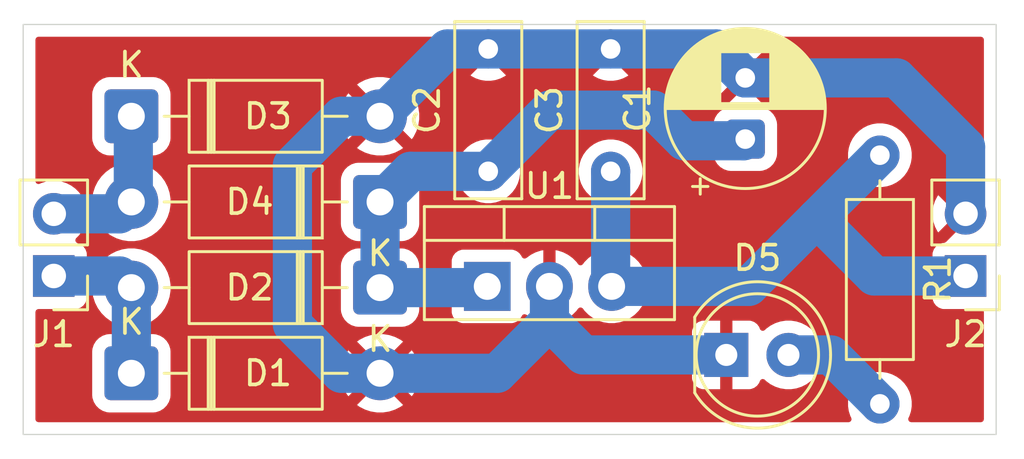
<source format=kicad_pcb>
(kicad_pcb (version 20241229) (generator "pcbnew") (generator_version "9.0")
  (layers (0 "F.Cu" signal) (2 "B.Cu" signal) (13 "F.Paste" user) (15 "B.Paste" user) (5 "F.SilkS" user "F.Silkscreen") (7 "B.SilkS" user "B.Silkscreen") (1 "F.Mask" user) (3 "B.Mask" user) (25 "Edge.Cuts" user))
  (net 0 "")
  (net 1 "VCC")
  (net 2 "GNDdc")
  (net 3 "+5V")
  (net 4 "AC")
  (net 5 "GNDac")
  (net 6 "Net-(D5-A)")
  (footprint "Capacitor_THT:C_Disc_D7.0mm_W2.5mm_P5.00mm" (layer "F.Cu") (at 82.5 72 90)
    (property "Reference" "C3" (at 2.5 -2.5 90) (layer "F.SilkS"))
    (property "Value" "100nF" (hide yes))
    (fp_line (start 6.12 -1.37) (end 6.12 1.37) (stroke (width 0.12)) (layer "F.SilkS"))
    (fp_line (start -1.12 -1.37) (end 6.12 -1.37) (stroke (width 0.12)) (layer "F.SilkS"))
    (fp_line (start 6.12 1.37) (end -1.12 1.37) (stroke (width 0.12)) (layer "F.SilkS"))
    (fp_line (start -1.12 1.37) (end -1.12 -1.37) (stroke (width 0.12)) (layer "F.SilkS"))
    (pad "1" thru_hole circle (at 0 0 90) (size 1.6 1.6) (drill 0.8) (layers "*.Cu" "*.Mask") (net 3 "+5V"))
    (pad "2" thru_hole circle (at 5 0 90) (size 1.6 1.6) (drill 0.8) (layers "*.Cu" "*.Mask") (net 2 "GNDdc"))
  )
  (footprint "Connector_PinHeader_2.54mm:PinHeader_1x02_P2.54mm_Vertical" (layer "F.Cu") (at 97 76.275 180)
    (property "Reference" "J2" (at 0 -2.38 0) (layer "F.SilkS"))
    (property "Value" "DC 5V")
    (fp_line (start 1.38 1.27) (end 1.38 3.92) (stroke (width 0.12)) (layer "F.SilkS"))
    (fp_line (start -1.38 3.92) (end 1.38 3.92) (stroke (width 0.12)) (layer "F.SilkS"))
    (fp_line (start -1.38 1.27) (end 1.38 1.27) (stroke (width 0.12)) (layer "F.SilkS"))
    (fp_line (start -1.38 1.27) (end -1.38 3.92) (stroke (width 0.12)) (layer "F.SilkS"))
    (fp_line (start -1.38 0) (end -1.38 -1.38) (stroke (width 0.12)) (layer "F.SilkS"))
    (fp_line (start -1.38 -1.38) (end 0 -1.38) (stroke (width 0.12)) (layer "F.SilkS"))
    (pad "1" thru_hole rect (at 0 0 180) (size 1.7 1.7) (drill 1) (layers "*.Cu" "*.Mask") (net 3 "+5V"))
    (pad "2" thru_hole circle (at 0 2.54 180) (size 1.7 1.7) (drill 1) (layers "*.Cu" "*.Mask") (net 2 "GNDdc"))
  )
  (footprint "Diode_THT:D_DO-41_SOD81_P10.16mm_Horizontal" (layer "F.Cu") (at 62.92 80.25)
    (property "Reference" "D1" (at 5.58 0 0) (layer "F.SilkS"))
    (property "Value" "1N4007" (hide yes))
    (fp_line (start 1.34 0) (end 2.36 0) (stroke (width 0.12)) (layer "F.SilkS"))
    (fp_line (start 3.14 -1.47) (end 3.14 1.47) (stroke (width 0.12)) (layer "F.SilkS"))
    (fp_line (start 3.26 -1.47) (end 3.26 1.47) (stroke (width 0.12)) (layer "F.SilkS"))
    (fp_line (start 3.38 -1.47) (end 3.38 1.47) (stroke (width 0.12)) (layer "F.SilkS"))
    (fp_line (start 8.82 0) (end 7.8 0) (stroke (width 0.12)) (layer "F.SilkS"))
    (fp_rect (start 2.36 -1.47) (end 7.8 1.47) (stroke (width 0.12)) (fill no) (layer "F.SilkS"))
    (fp_text user "K" (at 0 -2.1 0) (layer "F.SilkS"))
    (pad "1" thru_hole roundrect (at 0 0) (size 2.2 2.2) (drill 1.1) (layers "*.Cu" "*.Mask") (roundrect_rratio 0.113636) (net 4 "AC"))
    (pad "2" thru_hole circle (at 10.16 0) (size 2.2 2.2) (drill 1.1) (layers "*.Cu" "*.Mask") (net 2 "GNDdc"))
  )
  (footprint "Diode_THT:D_DO-41_SOD81_P10.16mm_Horizontal" (layer "F.Cu") (at 73.08 73.25 180)
    (property "Reference" "D4" (at 5.33 0 0) (layer "F.SilkS"))
    (property "Value" "1N4007" (hide yes))
    (fp_line (start 8.82 0) (end 7.8 0) (stroke (width 0.12)) (layer "F.SilkS"))
    (fp_line (start 3.38 -1.47) (end 3.38 1.47) (stroke (width 0.12)) (layer "F.SilkS"))
    (fp_line (start 3.26 -1.47) (end 3.26 1.47) (stroke (width 0.12)) (layer "F.SilkS"))
    (fp_line (start 3.14 -1.47) (end 3.14 1.47) (stroke (width 0.12)) (layer "F.SilkS"))
    (fp_line (start 1.34 0) (end 2.36 0) (stroke (width 0.12)) (layer "F.SilkS"))
    (fp_rect (start 2.36 -1.47) (end 7.8 1.47) (stroke (width 0.12)) (fill no) (layer "F.SilkS"))
    (fp_text user "K" (at 0 -2.1 0) (layer "F.SilkS"))
    (pad "1" thru_hole roundrect (at 0 0 180) (size 2.2 2.2) (drill 1.1) (layers "*.Cu" "*.Mask") (roundrect_rratio 0.113636) (net 1 "VCC"))
    (pad "2" thru_hole circle (at 10.16 0 180) (size 2.2 2.2) (drill 1.1) (layers "*.Cu" "*.Mask") (net 5 "GNDac"))
  )
  (footprint "Connector_PinHeader_2.54mm:PinHeader_1x02_P2.54mm_Vertical" (layer "F.Cu") (at 59.75 76.275 180)
    (property "Reference" "J1" (at 0 -2.38 0) (layer "F.SilkS"))
    (property "Value" "AC IN")
    (fp_line (start 1.38 1.27) (end 1.38 3.92) (stroke (width 0.12)) (layer "F.SilkS"))
    (fp_line (start -1.38 3.92) (end 1.38 3.92) (stroke (width 0.12)) (layer "F.SilkS"))
    (fp_line (start -1.38 1.27) (end 1.38 1.27) (stroke (width 0.12)) (layer "F.SilkS"))
    (fp_line (start -1.38 1.27) (end -1.38 3.92) (stroke (width 0.12)) (layer "F.SilkS"))
    (fp_line (start -1.38 0) (end -1.38 -1.38) (stroke (width 0.12)) (layer "F.SilkS"))
    (fp_line (start -1.38 -1.38) (end 0 -1.38) (stroke (width 0.12)) (layer "F.SilkS"))
    (pad "1" thru_hole rect (at 0 0 180) (size 1.7 1.7) (drill 1) (layers "*.Cu" "*.Mask") (net 4 "AC"))
    (pad "2" thru_hole circle (at 0 2.54 180) (size 1.7 1.7) (drill 1) (layers "*.Cu" "*.Mask") (net 5 "GNDac"))
  )
  (footprint "Resistor_THT:R_Axial_DIN0207_L6.3mm_D2.5mm_P10.16mm_Horizontal" (layer "F.Cu") (at 93.5 71.34 -90)
    (property "Reference" "R1" (at 5.08 -2.37 90) (layer "F.SilkS"))
    (property "Value" "220R" (hide yes))
    (fp_line (start 1.04 0) (end 1.81 0) (stroke (width 0.12)) (layer "F.SilkS"))
    (fp_line (start 9.12 0) (end 8.35 0) (stroke (width 0.12)) (layer "F.SilkS"))
    (fp_rect (start 1.81 -1.37) (end 8.35 1.37) (stroke (width 0.12)) (fill no) (layer "F.SilkS"))
    (pad "1" thru_hole circle (at 0 0 270) (size 1.6 1.6) (drill 0.8) (layers "*.Cu" "*.Mask") (net 3 "+5V"))
    (pad "2" thru_hole circle (at 10.16 0 270) (size 1.6 1.6) (drill 0.8) (layers "*.Cu" "*.Mask") (net 6 "Net-(D5-A)"))
  )
  (footprint "Diode_THT:D_DO-41_SOD81_P10.16mm_Horizontal" (layer "F.Cu") (at 62.92 69.75)
    (property "Reference" "D3" (at 5.58 0 0) (layer "F.SilkS"))
    (property "Value" "1N4007" (hide yes))
    (fp_line (start 1.34 0) (end 2.36 0) (stroke (width 0.12)) (layer "F.SilkS"))
    (fp_line (start 3.14 -1.47) (end 3.14 1.47) (stroke (width 0.12)) (layer "F.SilkS"))
    (fp_line (start 3.26 -1.47) (end 3.26 1.47) (stroke (width 0.12)) (layer "F.SilkS"))
    (fp_line (start 3.38 -1.47) (end 3.38 1.47) (stroke (width 0.12)) (layer "F.SilkS"))
    (fp_line (start 8.82 0) (end 7.8 0) (stroke (width 0.12)) (layer "F.SilkS"))
    (fp_rect (start 2.36 -1.47) (end 7.8 1.47) (stroke (width 0.12)) (fill no) (layer "F.SilkS"))
    (fp_text user "K" (at 0 -2.1 0) (layer "F.SilkS"))
    (pad "1" thru_hole roundrect (at 0 0) (size 2.2 2.2) (drill 1.1) (layers "*.Cu" "*.Mask") (roundrect_rratio 0.113636) (net 5 "GNDac"))
    (pad "2" thru_hole circle (at 10.16 0) (size 2.2 2.2) (drill 1.1) (layers "*.Cu" "*.Mask") (net 2 "GNDdc"))
  )
  (footprint "Capacitor_THT:C_Disc_D7.0mm_W2.5mm_P5.00mm" (layer "F.Cu") (at 77.5 72 90)
    (property "Reference" "C2" (at 2.5 -2.5 90) (layer "F.SilkS"))
    (property "Value" "100nF" (hide yes))
    (fp_line (start 6.12 -1.37) (end 6.12 1.37) (stroke (width 0.12)) (layer "F.SilkS"))
    (fp_line (start -1.12 -1.37) (end 6.12 -1.37) (stroke (width 0.12)) (layer "F.SilkS"))
    (fp_line (start 6.12 1.37) (end -1.12 1.37) (stroke (width 0.12)) (layer "F.SilkS"))
    (fp_line (start -1.12 1.37) (end -1.12 -1.37) (stroke (width 0.12)) (layer "F.SilkS"))
    (pad "1" thru_hole circle (at 0 0 90) (size 1.6 1.6) (drill 0.8) (layers "*.Cu" "*.Mask") (net 1 "VCC"))
    (pad "2" thru_hole circle (at 5 0 90) (size 1.6 1.6) (drill 0.8) (layers "*.Cu" "*.Mask") (net 2 "GNDdc"))
  )
  (footprint "Diode_THT:D_DO-41_SOD81_P10.16mm_Horizontal" (layer "F.Cu") (at 73.08 76.75 180)
    (property "Reference" "D2" (at 5.33 0 0) (layer "F.SilkS"))
    (property "Value" "1N4007" (hide yes))
    (fp_line (start 8.82 0) (end 7.8 0) (stroke (width 0.12)) (layer "F.SilkS"))
    (fp_line (start 3.38 -1.47) (end 3.38 1.47) (stroke (width 0.12)) (layer "F.SilkS"))
    (fp_line (start 3.26 -1.47) (end 3.26 1.47) (stroke (width 0.12)) (layer "F.SilkS"))
    (fp_line (start 3.14 -1.47) (end 3.14 1.47) (stroke (width 0.12)) (layer "F.SilkS"))
    (fp_line (start 1.34 0) (end 2.36 0) (stroke (width 0.12)) (layer "F.SilkS"))
    (fp_rect (start 2.36 -1.47) (end 7.8 1.47) (stroke (width 0.12)) (fill no) (layer "F.SilkS"))
    (fp_text user "K" (at 0 -2.1 0) (layer "F.SilkS"))
    (pad "1" thru_hole roundrect (at 0 0 180) (size 2.2 2.2) (drill 1.1) (layers "*.Cu" "*.Mask") (roundrect_rratio 0.113636) (net 1 "VCC"))
    (pad "2" thru_hole circle (at 10.16 0 180) (size 2.2 2.2) (drill 1.1) (layers "*.Cu" "*.Mask") (net 4 "AC"))
  )
  (footprint "LED_THT:LED_D5.0mm" (layer "F.Cu") (at 87.225 79.5)
    (property "Reference" "D5" (at 1.27 -3.96 0) (layer "F.SilkS"))
    (property "Value" "5mm LED" (hide yes))
    (fp_line (start -1.29 -1.545) (end -1.29 1.545) (stroke (width 0.12)) (layer "F.SilkS"))
    (fp_arc (start -1.29 -1.54483) (mid 2.071779 -2.880495) (end 4.26 0) (stroke (width 0.12)) (layer "F.SilkS"))
    (fp_arc (start 4.26 0) (mid 2.071779 2.880495) (end -1.29 1.54483) (stroke (width 0.12)) (layer "F.SilkS"))
    (fp_circle (center 1.27 0) (end 3.77 0) (stroke (width 0.12)) (fill no) (layer "F.SilkS"))
    (pad "1" thru_hole rect (at 0 0) (size 1.8 1.8) (drill 0.9) (layers "*.Cu" "*.Mask") (net 2 "GNDdc"))
    (pad "2" thru_hole circle (at 2.54 0) (size 1.8 1.8) (drill 0.9) (layers "*.Cu" "*.Mask") (net 6 "Net-(D5-A)"))
  )
  (footprint "Capacitor_THT:CP_Radial_D6.3mm_P2.50mm" (layer "F.Cu") (at 88 70.682379 90)
    (property "Reference" "C1" (at 1.25 -4.4 90) (layer "F.SilkS"))
    (property "Value" "100uF" (hide yes))
    (fp_line (start 1.29 -3.23) (end 1.29 3.23) (stroke (width 0.12)) (layer "F.SilkS"))
    (fp_line (start 1.25 -3.23) (end 1.25 3.23) (stroke (width 0.12)) (layer "F.SilkS"))
    (fp_line (start 1.33 -3.229) (end 1.33 3.229) (stroke (width 0.12)) (layer "F.SilkS"))
    (fp_line (start 1.37 -3.228) (end 1.37 3.228) (stroke (width 0.12)) (layer "F.SilkS"))
    (fp_line (start 1.41 -3.226) (end 1.41 3.226) (stroke (width 0.12)) (layer "F.SilkS"))
    (fp_line (start 1.45 -3.224) (end 1.45 3.224) (stroke (width 0.12)) (layer "F.SilkS"))
    (fp_line (start 1.49 -3.221) (end 1.49 -1.04) (stroke (width 0.12)) (layer "F.SilkS"))
    (fp_line (start 1.53 -3.218) (end 1.53 -1.04) (stroke (width 0.12)) (layer "F.SilkS"))
    (fp_line (start 1.57 -3.214) (end 1.57 -1.04) (stroke (width 0.12)) (layer "F.SilkS"))
    (fp_line (start 1.61 -3.21) (end 1.61 -1.04) (stroke (width 0.12)) (layer "F.SilkS"))
    (fp_line (start 1.65 -3.205) (end 1.65 -1.04) (stroke (width 0.12)) (layer "F.SilkS"))
    (fp_line (start 1.69 -3.2) (end 1.69 -1.04) (stroke (width 0.12)) (layer "F.SilkS"))
    (fp_line (start 1.73 -3.195) (end 1.73 -1.04) (stroke (width 0.12)) (layer "F.SilkS"))
    (fp_line (start 1.77 -3.188) (end 1.77 -1.04) (stroke (width 0.12)) (layer "F.SilkS"))
    (fp_line (start 1.81 -3.182) (end 1.81 -1.04) (stroke (width 0.12)) (layer "F.SilkS"))
    (fp_line (start 1.85 -3.174) (end 1.85 -1.04) (stroke (width 0.12)) (layer "F.SilkS"))
    (fp_line (start 1.89 -3.167) (end 1.89 -1.04) (stroke (width 0.12)) (layer "F.SilkS"))
    (fp_line (start 1.93 -3.159) (end 1.93 -1.04) (stroke (width 0.12)) (layer "F.SilkS"))
    (fp_line (start 1.97 -3.15) (end 1.97 -1.04) (stroke (width 0.12)) (layer "F.SilkS"))
    (fp_line (start 2.01 -3.14) (end 2.01 -1.04) (stroke (width 0.12)) (layer "F.SilkS"))
    (fp_line (start 2.05 -3.131) (end 2.05 -1.04) (stroke (width 0.12)) (layer "F.SilkS"))
    (fp_line (start 2.09 -3.12) (end 2.09 -1.04) (stroke (width 0.12)) (layer "F.SilkS"))
    (fp_line (start 2.13 -3.109) (end 2.13 -1.04) (stroke (width 0.12)) (layer "F.SilkS"))
    (fp_line (start 2.17 -3.098) (end 2.17 -1.04) (stroke (width 0.12)) (layer "F.SilkS"))
    (fp_line (start 2.21 -3.086) (end 2.21 -1.04) (stroke (width 0.12)) (layer "F.SilkS"))
    (fp_line (start 2.25 -3.073) (end 2.25 -1.04) (stroke (width 0.12)) (layer "F.SilkS"))
    (fp_line (start 2.29 -3.06) (end 2.29 -1.04) (stroke (width 0.12)) (layer "F.SilkS"))
    (fp_line (start 2.33 -3.047) (end 2.33 -1.04) (stroke (width 0.12)) (layer "F.SilkS"))
    (fp_line (start 2.37 -3.032) (end 2.37 -1.04) (stroke (width 0.12)) (layer "F.SilkS"))
    (fp_line (start 2.41 -3.017) (end 2.41 -1.04) (stroke (width 0.12)) (layer "F.SilkS"))
    (fp_line (start 2.45 -3.002) (end 2.45 -1.04) (stroke (width 0.12)) (layer "F.SilkS"))
    (fp_line (start 2.49 -2.986) (end 2.49 -1.04) (stroke (width 0.12)) (layer "F.SilkS"))
    (fp_line (start 2.53 -2.969) (end 2.53 -1.04) (stroke (width 0.12)) (layer "F.SilkS"))
    (fp_line (start 2.57 -2.952) (end 2.57 -1.04) (stroke (width 0.12)) (layer "F.SilkS"))
    (fp_line (start 2.61 -2.934) (end 2.61 -1.04) (stroke (width 0.12)) (layer "F.SilkS"))
    (fp_line (start 2.65 -2.915) (end 2.65 -1.04) (stroke (width 0.12)) (layer "F.SilkS"))
    (fp_line (start 2.69 -2.896) (end 2.69 -1.04) (stroke (width 0.12)) (layer "F.SilkS"))
    (fp_line (start 2.73 -2.876) (end 2.73 -1.04) (stroke (width 0.12)) (layer "F.SilkS"))
    (fp_line (start 2.77 -2.855) (end 2.77 -1.04) (stroke (width 0.12)) (layer "F.SilkS"))
    (fp_line (start 2.81 -2.834) (end 2.81 -1.04) (stroke (width 0.12)) (layer "F.SilkS"))
    (fp_line (start 2.85 -2.812) (end 2.85 -1.04) (stroke (width 0.12)) (layer "F.SilkS"))
    (fp_line (start 2.89 -2.789) (end 2.89 -1.04) (stroke (width 0.12)) (layer "F.SilkS"))
    (fp_line (start 2.93 -2.765) (end 2.93 -1.04) (stroke (width 0.12)) (layer "F.SilkS"))
    (fp_line (start 2.97 -2.741) (end 2.97 -1.04) (stroke (width 0.12)) (layer "F.SilkS"))
    (fp_line (start 3.01 -2.716) (end 3.01 -1.04) (stroke (width 0.12)) (layer "F.SilkS"))
    (fp_line (start 3.05 -2.69) (end 3.05 -1.04) (stroke (width 0.12)) (layer "F.SilkS"))
    (fp_line (start 3.09 -2.663) (end 3.09 -1.04) (stroke (width 0.12)) (layer "F.SilkS"))
    (fp_line (start 3.13 -2.636) (end 3.13 -1.04) (stroke (width 0.12)) (layer "F.SilkS"))
    (fp_line (start 3.17 -2.607) (end 3.17 -1.04) (stroke (width 0.12)) (layer "F.SilkS"))
    (fp_line (start 3.21 -2.577) (end 3.21 -1.04) (stroke (width 0.12)) (layer "F.SilkS"))
    (fp_line (start 3.25 -2.547) (end 3.25 -1.04) (stroke (width 0.12)) (layer "F.SilkS"))
    (fp_line (start 3.29 -2.516) (end 3.29 -1.04) (stroke (width 0.12)) (layer "F.SilkS"))
    (fp_line (start 3.33 -2.483) (end 3.33 -1.04) (stroke (width 0.12)) (layer "F.SilkS"))
    (fp_line (start 3.37 -2.45) (end 3.37 -1.04) (stroke (width 0.12)) (layer "F.SilkS"))
    (fp_line (start 3.41 -2.415) (end 3.41 -1.04) (stroke (width 0.12)) (layer "F.SilkS"))
    (fp_line (start 3.45 -2.379) (end 3.45 -1.04) (stroke (width 0.12)) (layer "F.SilkS"))
    (fp_line (start 3.49 -2.342) (end 3.49 -1.04) (stroke (width 0.12)) (layer "F.SilkS"))
    (fp_line (start 3.53 -2.304) (end 3.53 -1.04) (stroke (width 0.12)) (layer "F.SilkS"))
    (fp_line (start 3.57 -2.264) (end 3.57 2.264) (stroke (width 0.12)) (layer "F.SilkS"))
    (fp_line (start 3.61 -2.223) (end 3.61 2.223) (stroke (width 0.12)) (layer "F.SilkS"))
    (fp_line (start 3.65 -2.181) (end 3.65 2.181) (stroke (width 0.12)) (layer "F.SilkS"))
    (fp_line (start -1.935241 -2.154) (end -1.935241 -1.524) (stroke (width 0.12)) (layer "F.SilkS"))
    (fp_line (start 3.69 -2.137) (end 3.69 2.137) (stroke (width 0.12)) (layer "F.SilkS"))
    (fp_line (start 3.73 -2.091) (end 3.73 2.091) (stroke (width 0.12)) (layer "F.SilkS"))
    (fp_line (start 3.77 -2.044) (end 3.77 2.044) (stroke (width 0.12)) (layer "F.SilkS"))
    (fp_line (start 3.81 -1.995) (end 3.81 1.995) (stroke (width 0.12)) (layer "F.SilkS"))
    (fp_line (start 3.85 -1.943) (end 3.85 1.943) (stroke (width 0.12)) (layer "F.SilkS"))
    (fp_line (start 3.89 -1.89) (end 3.89 1.89) (stroke (width 0.12)) (layer "F.SilkS"))
    (fp_line (start -2.250241 -1.839) (end -1.620241 -1.839) (stroke (width 0.12)) (layer "F.SilkS"))
    (fp_line (start 3.93 -1.834) (end 3.93 1.834) (stroke (width 0.12)) (layer "F.SilkS"))
    (fp_line (start 3.97 -1.775) (end 3.97 1.775) (stroke (width 0.12)) (layer "F.SilkS"))
    (fp_line (start 4.01 -1.714) (end 4.01 1.714) (stroke (width 0.12)) (layer "F.SilkS"))
    (fp_line (start 4.05 -1.649) (end 4.05 1.649) (stroke (width 0.12)) (layer "F.SilkS"))
    (fp_line (start 4.09 -1.581) (end 4.09 1.581) (stroke (width 0.12)) (layer "F.SilkS"))
    (fp_line (start 4.13 -1.509) (end 4.13 1.509) (stroke (width 0.12)) (layer "F.SilkS"))
    (fp_line (start 4.17 -1.432) (end 4.17 1.432) (stroke (width 0.12)) (layer "F.SilkS"))
    (fp_line (start 4.21 -1.35) (end 4.21 1.35) (stroke (width 0.12)) (layer "F.SilkS"))
    (fp_line (start 4.25 -1.261) (end 4.25 1.261) (stroke (width 0.12)) (layer "F.SilkS"))
    (fp_line (start 4.29 -1.165) (end 4.29 1.165) (stroke (width 0.12)) (layer "F.SilkS"))
    (fp_line (start 4.33 -1.058) (end 4.33 1.058) (stroke (width 0.12)) (layer "F.SilkS"))
    (fp_line (start 4.37 -0.939) (end 4.37 0.939) (stroke (width 0.12)) (layer "F.SilkS"))
    (fp_line (start 4.41 -0.801) (end 4.41 0.801) (stroke (width 0.12)) (layer "F.SilkS"))
    (fp_line (start 4.45 -0.633) (end 4.45 0.633) (stroke (width 0.12)) (layer "F.SilkS"))
    (fp_line (start 4.49 -0.402) (end 4.49 0.402) (stroke (width 0.12)) (layer "F.SilkS"))
    (fp_line (start 3.53 1.04) (end 3.53 2.304) (stroke (width 0.12)) (layer "F.SilkS"))
    (fp_line (start 3.49 1.04) (end 3.49 2.342) (stroke (width 0.12)) (layer "F.SilkS"))
    (fp_line (start 3.45 1.04) (end 3.45 2.379) (stroke (width 0.12)) (layer "F.SilkS"))
    (fp_line (start 3.41 1.04) (end 3.41 2.415) (stroke (width 0.12)) (layer "F.SilkS"))
    (fp_line (start 3.37 1.04) (end 3.37 2.45) (stroke (width 0.12)) (layer "F.SilkS"))
    (fp_line (start 3.33 1.04) (end 3.33 2.483) (stroke (width 0.12)) (layer "F.SilkS"))
    (fp_line (start 3.29 1.04) (end 3.29 2.516) (stroke (width 0.12)) (layer "F.SilkS"))
    (fp_line (start 3.25 1.04) (end 3.25 2.547) (stroke (width 0.12)) (layer "F.SilkS"))
    (fp_line (start 3.21 1.04) (end 3.21 2.577) (stroke (width 0.12)) (layer "F.SilkS"))
    (fp_line (start 3.17 1.04) (end 3.17 2.607) (stroke (width 0.12)) (layer "F.SilkS"))
    (fp_line (start 3.13 1.04) (end 3.13 2.636) (stroke (width 0.12)) (layer "F.SilkS"))
    (fp_line (start 3.09 1.04) (end 3.09 2.663) (stroke (width 0.12)) (layer "F.SilkS"))
    (fp_line (start 3.05 1.04) (end 3.05 2.69) (stroke (width 0.12)) (layer "F.SilkS"))
    (fp_line (start 3.01 1.04) (end 3.01 2.716) (stroke (width 0.12)) (layer "F.SilkS"))
    (fp_line (start 2.97 1.04) (end 2.97 2.741) (stroke (width 0.12)) (layer "F.SilkS"))
    (fp_line (start 2.93 1.04) (end 2.93 2.765) (stroke (width 0.12)) (layer "F.SilkS"))
    (fp_line (start 2.89 1.04) (end 2.89 2.789) (stroke (width 0.12)) (layer "F.SilkS"))
    (fp_line (start 2.85 1.04) (end 2.85 2.812) (stroke (width 0.12)) (layer "F.SilkS"))
    (fp_line (start 2.81 1.04) (end 2.81 2.834) (stroke (width 0.12)) (layer "F.SilkS"))
    (fp_line (start 2.77 1.04) (end 2.77 2.855) (stroke (width 0.12)) (layer "F.SilkS"))
    (fp_line (start 2.73 1.04) (end 2.73 2.876) (stroke (width 0.12)) (layer "F.SilkS"))
    (fp_line (start 2.69 1.04) (end 2.69 2.896) (stroke (width 0.12)) (layer "F.SilkS"))
    (fp_line (start 2.65 1.04) (end 2.65 2.915) (stroke (width 0.12)) (layer "F.SilkS"))
    (fp_line (start 2.61 1.04) (end 2.61 2.934) (stroke (width 0.12)) (layer "F.SilkS"))
    (fp_line (start 2.57 1.04) (end 2.57 2.952) (stroke (width 0.12)) (layer "F.SilkS"))
    (fp_line (start 2.53 1.04) (end 2.53 2.969) (stroke (width 0.12)) (layer "F.SilkS"))
    (fp_line (start 2.49 1.04) (end 2.49 2.986) (stroke (width 0.12)) (layer "F.SilkS"))
    (fp_line (start 2.45 1.04) (end 2.45 3.002) (stroke (width 0.12)) (layer "F.SilkS"))
    (fp_line (start 2.41 1.04) (end 2.41 3.017) (stroke (width 0.12)) (layer "F.SilkS"))
    (fp_line (start 2.37 1.04) (end 2.37 3.032) (stroke (width 0.12)) (layer "F.SilkS"))
    (fp_line (start 2.33 1.04) (end 2.33 3.047) (stroke (width 0.12)) (layer "F.SilkS"))
    (fp_line (start 2.29 1.04) (end 2.29 3.06) (stroke (width 0.12)) (layer "F.SilkS"))
    (fp_line (start 2.25 1.04) (end 2.25 3.073) (stroke (width 0.12)) (layer "F.SilkS"))
    (fp_line (start 2.21 1.04) (end 2.21 3.086) (stroke (width 0.12)) (layer "F.SilkS"))
    (fp_line (start 2.17 1.04) (end 2.17 3.098) (stroke (width 0.12)) (layer "F.SilkS"))
    (fp_line (start 2.13 1.04) (end 2.13 3.109) (stroke (width 0.12)) (layer "F.SilkS"))
    (fp_line (start 2.09 1.04) (end 2.09 3.12) (stroke (width 0.12)) (layer "F.SilkS"))
    (fp_line (start 2.05 1.04) (end 2.05 3.131) (stroke (width 0.12)) (layer "F.SilkS"))
    (fp_line (start 2.01 1.04) (end 2.01 3.14) (stroke (width 0.12)) (layer "F.SilkS"))
    (fp_line (start 1.97 1.04) (end 1.97 3.15) (stroke (width 0.12)) (layer "F.SilkS"))
    (fp_line (start 1.93 1.04) (end 1.93 3.159) (stroke (width 0.12)) (layer "F.SilkS"))
    (fp_line (start 1.89 1.04) (end 1.89 3.167) (stroke (width 0.12)) (layer "F.SilkS"))
    (fp_line (start 1.85 1.04) (end 1.85 3.174) (stroke (width 0.12)) (layer "F.SilkS"))
    (fp_line (start 1.81 1.04) (end 1.81 3.182) (stroke (width 0.12)) (layer "F.SilkS"))
    (fp_line (start 1.77 1.04) (end 1.77 3.188) (stroke (width 0.12)) (layer "F.SilkS"))
    (fp_line (start 1.73 1.04) (end 1.73 3.195) (stroke (width 0.12)) (layer "F.SilkS"))
    (fp_line (start 1.69 1.04) (end 1.69 3.2) (stroke (width 0.12)) (layer "F.SilkS"))
    (fp_line (start 1.65 1.04) (end 1.65 3.205) (stroke (width 0.12)) (layer "F.SilkS"))
    (fp_line (start 1.61 1.04) (end 1.61 3.21) (stroke (width 0.12)) (layer "F.SilkS"))
    (fp_line (start 1.57 1.04) (end 1.57 3.214) (stroke (width 0.12)) (layer "F.SilkS"))
    (fp_line (start 1.53 1.04) (end 1.53 3.218) (stroke (width 0.12)) (layer "F.SilkS"))
    (fp_line (start 1.49 1.04) (end 1.49 3.221) (stroke (width 0.12)) (layer "F.SilkS"))
    (fp_circle (center 1.25 0) (end 4.52 0) (stroke (width 0.12)) (fill no) (layer "F.SilkS"))
    (pad "1" thru_hole roundrect (at 0 0 90) (size 1.6 1.6) (drill 0.8) (layers "*.Cu" "*.Mask") (roundrect_rratio 0.15625) (net 1 "VCC"))
    (pad "2" thru_hole circle (at 2.5 0 90) (size 1.6 1.6) (drill 0.8) (layers "*.Cu" "*.Mask") (net 2 "GNDdc"))
  )
  (footprint "Package_TO_SOT_THT:TO-220-3_Vertical" (layer "F.Cu") (at 77.46 76.7)
    (property "Reference" "U1" (at 2.54 -4.1 0) (layer "F.SilkS"))
    (property "Value" "LM7805_TO220" (hide yes))
    (fp_line (start -2.57 -3.26) (end 7.65 -3.26) (stroke (width 0.12)) (layer "F.SilkS"))
    (fp_line (start -2.57 -1.88) (end 7.65 -1.88) (stroke (width 0.12)) (layer "F.SilkS"))
    (fp_line (start -2.57 1.36) (end -2.57 -3.26) (stroke (width 0.12)) (layer "F.SilkS"))
    (fp_line (start 0.69 -3.26) (end 0.69 -1.88) (stroke (width 0.12)) (layer "F.SilkS"))
    (fp_line (start 4.39 -3.26) (end 4.39 -1.88) (stroke (width 0.12)) (layer "F.SilkS"))
    (fp_line (start 7.65 -3.26) (end 7.65 1.36) (stroke (width 0.12)) (layer "F.SilkS"))
    (fp_line (start 7.65 1.36) (end -2.57 1.36) (stroke (width 0.12)) (layer "F.SilkS"))
    (pad "1" thru_hole rect (at 0 0) (size 1.905 2) (drill 1.1) (layers "*.Cu" "*.Mask") (net 1 "VCC"))
    (pad "2" thru_hole oval (at 2.54 0) (size 1.905 2) (drill 1.1) (layers "*.Cu" "*.Mask") (net 2 "GNDdc"))
    (pad "3" thru_hole oval (at 5.08 0) (size 1.905 2) (drill 1.1) (layers "*.Cu" "*.Mask") (net 3 "+5V"))
  )
  (gr_rect (start 58.5 66) (end 98.25 82.75) (stroke (width 0.05)) (fill no) (layer "Edge.Cuts"))
  (segment (start 88 70.682379) (end 87.932379 70.75) (width 1.6) (layer "B.Cu") (net 1))
  (segment (start 77.41 76.75) (end 77.46 76.7) (width 1.6) (layer "B.Cu") (net 1))
  (segment (start 87.932379 70.75) (end 85.5 70.75) (width 1.6) (layer "B.Cu") (net 1))
  (segment (start 73.08 73.25) (end 73.08 76.75) (width 1.6) (layer "B.Cu") (net 1))
  (segment (start 77.5 72) (end 74.33 72) (width 1.6) (layer "B.Cu") (net 1))
  (segment (start 84.25 69.5) (end 80 69.5) (width 1.6) (layer "B.Cu") (net 1))
  (segment (start 73.08 76.75) (end 77.41 76.75) (width 1.6) (layer "B.Cu") (net 1))
  (segment (start 74.33 72) (end 73.08 73.25) (width 1.6) (layer "B.Cu") (net 1))
  (segment (start 85.5 70.75) (end 84.25 69.5) (width 1.6) (layer "B.Cu") (net 1))
  (segment (start 80 69.5) (end 77.5 72) (width 1.6) (layer "B.Cu") (net 1))
  (segment (start 77.8645 80.25) (end 80 78.1145) (width 1.6) (layer "B.Cu") (net 2))
  (segment (start 73.08 80.25) (end 77.8645 80.25) (width 1.6) (layer "B.Cu") (net 2))
  (segment (start 75.83 67) (end 73.08 69.75) (width 1.6) (layer "B.Cu") (net 2))
  (segment (start 77.5 67) (end 75.83 67) (width 1.6) (layer "B.Cu") (net 2))
  (segment (start 77.5 67) (end 82.5 67) (width 1.6) (layer "B.Cu") (net 2))
  (segment (start 94.182379 68.182379) (end 97 71) (width 1.6) (layer "B.Cu") (net 2))
  (segment (start 86.817621 67) (end 88 68.182379) (width 1.6) (layer "B.Cu") (net 2))
  (segment (start 71.5 80.25) (end 69.5 78.25) (width 1.6) (layer "B.Cu") (net 2))
  (segment (start 88 68.182379) (end 94.182379 68.182379) (width 1.6) (layer "B.Cu") (net 2))
  (segment (start 71.5 69.75) (end 73.08 69.75) (width 1.6) (layer "B.Cu") (net 2))
  (segment (start 69.5 78.25) (end 69.5 71.75) (width 1.6) (layer "B.Cu") (net 2))
  (segment (start 87.225 79.5) (end 81.3855 79.5) (width 1.6) (layer "B.Cu") (net 2))
  (segment (start 81.3855 79.5) (end 80 78.1145) (width 1.6) (layer "B.Cu") (net 2))
  (segment (start 73.08 80.25) (end 71.5 80.25) (width 1.6) (layer "B.Cu") (net 2))
  (segment (start 82.5 67) (end 86.817621 67) (width 1.6) (layer "B.Cu") (net 2))
  (segment (start 69.5 71.75) (end 71.5 69.75) (width 1.6) (layer "B.Cu") (net 2))
  (segment (start 80 78.1145) (end 80 76.7) (width 1.6) (layer "B.Cu") (net 2))
  (segment (start 97 71) (end 97 73.735) (width 1.6) (layer "B.Cu") (net 2))
  (segment (start 88.14 76.7) (end 90.92 73.92) (width 1.6) (layer "B.Cu") (net 3))
  (segment (start 90.92 73.92) (end 93.5 71.34) (width 1.6) (layer "B.Cu") (net 3))
  (segment (start 82.5 76.66) (end 82.54 76.7) (width 1.6) (layer "B.Cu") (net 3))
  (segment (start 82.54 76.7) (end 88.14 76.7) (width 1.6) (layer "B.Cu") (net 3))
  (segment (start 93.275 76.275) (end 90.92 73.92) (width 1.6) (layer "B.Cu") (net 3))
  (segment (start 97 76.275) (end 93.275 76.275) (width 1.6) (layer "B.Cu") (net 3))
  (segment (start 82.5 72) (end 82.5 76.66) (width 1.6) (layer "B.Cu") (net 3))
  (segment (start 62.92 80.25) (end 62.92 76.75) (width 1.6) (layer "B.Cu") (net 4))
  (segment (start 59.75 76.275) (end 62.445 76.275) (width 1.6) (layer "B.Cu") (net 4))
  (segment (start 62.445 76.275) (end 62.92 76.75) (width 1.6) (layer "B.Cu") (net 4))
  (segment (start 59.75 73.735) (end 62.435 73.735) (width 1.6) (layer "B.Cu") (net 5))
  (segment (start 63 73.17) (end 63 69.83) (width 1.6) (layer "B.Cu") (net 5))
  (segment (start 63 69.83) (end 62.92 69.75) (width 1.6) (layer "B.Cu") (net 5))
  (segment (start 62.92 73.25) (end 63 73.17) (width 1.6) (layer "B.Cu") (net 5))
  (segment (start 62.435 73.735) (end 62.92 73.25) (width 1.6) (layer "B.Cu") (net 5))
  (segment (start 89.765 79.5) (end 91.5 79.5) (width 1.6) (layer "B.Cu") (net 6))
  (segment (start 91.5 79.5) (end 93.5 81.5) (width 1.6) (layer "B.Cu") (net 6))
  (zone (net 2) (net_name "GNDdc") (layer "F.Cu") (connect_pads (clearance 0.5)) (min_thickness 0.25) (fill yes (thermal_gap 0.5) (thermal_bridge_width 0.5))
    (polygon (pts (xy 57.75 65) (xy 99.25 65) (xy 99.25 83.75) (xy 57.75 83.75)))
  )
)
</source>
